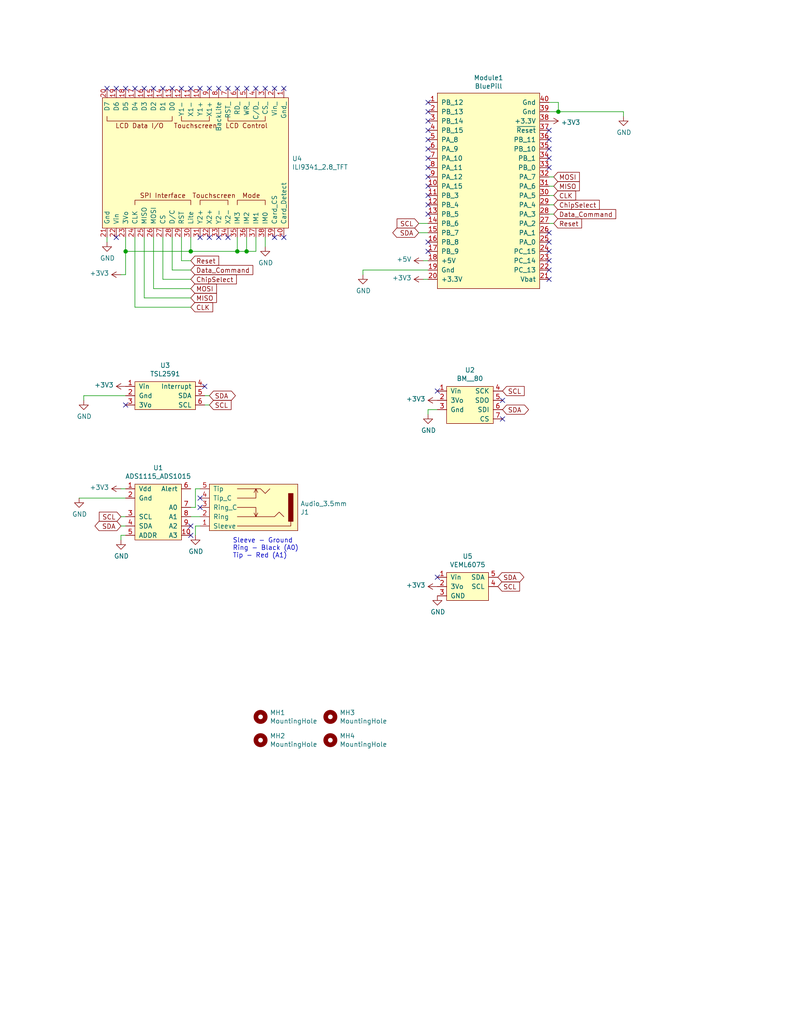
<source format=kicad_sch>
(kicad_sch (version 20210406) (generator eeschema)
  (paper "USLetter" portrait)
  (title_block (title "Algae growth environment Monitor") (comment 1 "Yehor Pererva"))
  (lib_symbols
    (symbol "Environment_check-rescue:ADS1115_ADS1015-Adafruit_modules" (pin_names (offset 1.016))
      (property "Reference" "U" (at 5.08 -15.24 0))
      (property "Value" "Environment_check-rescue_ADS1115_ADS1015-Adafruit_modules" (at 0 2.54 0))
      (symbol "ADS1115_ADS1015-Adafruit_modules_0_1"
        (rectangle (start -6.35 1.27) (end 6.35 -13.97) (fill (type background)))
      )
      (symbol "ADS1115_ADS1015-Adafruit_modules_1_1"
        (pin power_in line (at -8.89 0 0) (length 2.54) (name "Vdd") (number "1"))
        (pin input line (at 8.89 -12.7 180) (length 2.54) (name "A3") (number "10"))
        (pin power_in line (at -8.89 -2.54 0) (length 2.54) (name "Gnd") (number "2"))
        (pin input line (at -8.89 -7.62 0) (length 2.54) (name "SCL") (number "3"))
        (pin input line (at -8.89 -10.16 0) (length 2.54) (name "SDA") (number "4"))
        (pin input line (at -8.89 -12.7 0) (length 2.54) (name "ADDR") (number "5"))
        (pin input line (at 8.89 0 180) (length 2.54) (name "Alert") (number "6"))
        (pin input line (at 8.89 -5.08 180) (length 2.54) (name "A0") (number "7"))
        (pin input line (at 8.89 -7.62 180) (length 2.54) (name "A1") (number "8"))
        (pin input line (at 8.89 -10.16 180) (length 2.54) (name "A2") (number "9"))
      )
    )
    (symbol "Environment_check-rescue:Audio_3.5mm-Connectors" (pin_names (offset 1.016))
      (property "Reference" "J" (at -1.27 -13.97 0))
      (property "Value" "Environment_check-rescue_Audio_3.5mm-Connectors" (at -6.35 1.27 0))
      (symbol "Audio_3.5mm-Connectors_0_1"
        (rectangle (start -21.59 -1.27) (end -7.62 -1.27))
        (rectangle (start -22.86 -2.54) (end -21.59 -10.16) (fill (type outline)))
        (rectangle (start 0 0) (end -24.13 -12.7) (fill (type background)))
        (polyline (pts (xy -12.7 -11.43) (xy -13.208 -10.414)))
        (polyline (pts (xy -12.7 -11.43) (xy -12.192 -10.414)))
        (polyline (pts (xy -12.7 -3.81) (xy -13.208 -4.826)))
        (polyline (pts (xy -12.7 -3.81) (xy -12.192 -4.826)))
        (polyline (pts (xy -22.225 -2.54) (xy -22.225 -1.27) (xy -21.59 -1.27)))
        (polyline (pts (xy -7.62 -8.89) (xy -12.7 -8.89) (xy -12.7 -11.43)))
        (polyline (pts (xy -7.62 -6.35) (xy -12.7 -6.35) (xy -12.7 -3.81)))
        (polyline (pts (xy -20.32 -3.81) (xy -19.05 -5.08) (xy -17.78 -3.81) (xy -7.62 -3.81)))
        (polyline (pts (xy -16.51 -11.43) (xy -15.24 -10.16) (xy -13.97 -11.43) (xy -7.62 -11.43)))
      )
      (symbol "Audio_3.5mm-Connectors_1_1"
        (pin passive line (at 2.54 -1.27 180) (length 2.54) (name "Sleeve") (number "1"))
        (pin passive line (at 2.54 -3.81 180) (length 2.54) (name "Ring") (number "2"))
        (pin passive line (at 2.54 -6.35 180) (length 2.54) (name "Ring_C") (number "3"))
        (pin passive line (at 2.54 -8.89 180) (length 2.54) (name "Tip_C") (number "4"))
        (pin passive line (at 2.54 -11.43 180) (length 2.54) (name "Tip") (number "5"))
      )
    )
    (symbol "Environment_check-rescue:BM__80-Adafruit_modules" (pin_names (offset 1.016))
      (property "Reference" "U" (at 5.08 -7.62 0))
      (property "Value" "Environment_check-rescue_BM__80-Adafruit_modules" (at 0 5.08 0))
      (symbol "BM__80-Adafruit_modules_0_1"
        (rectangle (start -6.35 3.81) (end 6.35 -6.35) (fill (type background)))
      )
      (symbol "BM__80-Adafruit_modules_1_1"
        (pin power_in line (at -8.89 2.54 0) (length 2.54) (name "Vin") (number "1"))
        (pin power_in line (at -8.89 0 0) (length 2.54) (name "3Vo") (number "2"))
        (pin power_in line (at -8.89 -2.54 0) (length 2.54) (name "Gnd") (number "3"))
        (pin input line (at 8.89 2.54 180) (length 2.54) (name "SCK") (number "4"))
        (pin input line (at 8.89 0 180) (length 2.54) (name "SDO") (number "5"))
        (pin input line (at 8.89 -2.54 180) (length 2.54) (name "SDI") (number "6"))
        (pin input line (at 8.89 -5.08 180) (length 2.54) (name "CS") (number "7"))
      )
    )
    (symbol "Environment_check-rescue:BluePill-modules" (pin_names (offset 1.016))
      (property "Reference" "Module" (at 0 27.94 0))
      (property "Value" "Environment_check-rescue_BluePill-modules" (at 0 1.27 0))
      (symbol "BluePill-modules_0_0"
        (rectangle (start -13.97 26.67) (end 13.97 -26.67) (fill (type background)))
      )
      (symbol "BluePill-modules_1_1"
        (pin input line (at -16.51 24.13 0) (length 2.54) (name "PB_12") (number "1"))
        (pin input line (at -16.51 1.27 0) (length 2.54) (name "PA_15") (number "10"))
        (pin input line (at -16.51 -1.27 0) (length 2.54) (name "PB_3") (number "11"))
        (pin input line (at -16.51 -3.81 0) (length 2.54) (name "PB_4") (number "12"))
        (pin input line (at -16.51 -6.35 0) (length 2.54) (name "PB_5") (number "13"))
        (pin input line (at -16.51 -8.89 0) (length 2.54) (name "PB_6") (number "14"))
        (pin input line (at -16.51 -11.43 0) (length 2.54) (name "PB_7") (number "15"))
        (pin input line (at -16.51 -13.97 0) (length 2.54) (name "PB_8") (number "16"))
        (pin input line (at -16.51 -16.51 0) (length 2.54) (name "PB_9") (number "17"))
        (pin input line (at -16.51 -19.05 0) (length 2.54) (name "+5V") (number "18"))
        (pin input line (at -16.51 -21.59 0) (length 2.54) (name "Gnd") (number "19"))
        (pin input line (at -16.51 21.59 0) (length 2.54) (name "PB_13") (number "2"))
        (pin input line (at -16.51 -24.13 0) (length 2.54) (name "+3.3V") (number "20"))
        (pin input line (at 16.51 -24.13 180) (length 2.54) (name "Vbat") (number "21"))
        (pin input line (at 16.51 -21.59 180) (length 2.54) (name "PC_13") (number "22"))
        (pin input line (at 16.51 -19.05 180) (length 2.54) (name "PC_14") (number "23"))
        (pin input line (at 16.51 -16.51 180) (length 2.54) (name "PC_15") (number "24"))
        (pin input line (at 16.51 -13.97 180) (length 2.54) (name "PA_0") (number "25"))
        (pin input line (at 16.51 -11.43 180) (length 2.54) (name "PA_1") (number "26"))
        (pin input line (at 16.51 -8.89 180) (length 2.54) (name "PA_2") (number "27"))
        (pin input line (at 16.51 -6.35 180) (length 2.54) (name "PA_3") (number "28"))
        (pin input line (at 16.51 -3.81 180) (length 2.54) (name "PA_4") (number "29"))
        (pin input line (at -16.51 19.05 0) (length 2.54) (name "PB_14") (number "3"))
        (pin input line (at 16.51 -1.27 180) (length 2.54) (name "PA_5") (number "30"))
        (pin input line (at 16.51 1.27 180) (length 2.54) (name "PA_6") (number "31"))
        (pin input line (at 16.51 3.81 180) (length 2.54) (name "PA_7") (number "32"))
        (pin input line (at 16.51 6.35 180) (length 2.54) (name "PB_0") (number "33"))
        (pin input line (at 16.51 8.89 180) (length 2.54) (name "PB_1") (number "34"))
        (pin input line (at 16.51 11.43 180) (length 2.54) (name "PB_10") (number "35"))
        (pin input line (at 16.51 13.97 180) (length 2.54) (name "PB_11") (number "36"))
        (pin input line (at 16.51 16.51 180) (length 2.54) (name "~Reset~") (number "37"))
        (pin input line (at 16.51 19.05 180) (length 2.54) (name "+3.3V") (number "38"))
        (pin input line (at 16.51 21.59 180) (length 2.54) (name "Gnd") (number "39"))
        (pin input line (at -16.51 16.51 0) (length 2.54) (name "PB_15") (number "4"))
        (pin input line (at 16.51 24.13 180) (length 2.54) (name "Gnd") (number "40"))
        (pin input line (at -16.51 13.97 0) (length 2.54) (name "PA_8") (number "5"))
        (pin input line (at -16.51 11.43 0) (length 2.54) (name "PA_9") (number "6"))
        (pin input line (at -16.51 8.89 0) (length 2.54) (name "PA_10") (number "7"))
        (pin input line (at -16.51 6.35 0) (length 2.54) (name "PA_11") (number "8"))
        (pin input line (at -16.51 3.81 0) (length 2.54) (name "PA_12") (number "9"))
      )
    )
    (symbol "Environment_check-rescue:ILI9341_2.8_TFT-Adafruit_modules" (pin_names (offset 1.016))
      (property "Reference" "U" (at 15.24 -50.8 0))
      (property "Value" "Environment_check-rescue_ILI9341_2.8_TFT-Adafruit_modules" (at -10.16 2.54 0))
      (symbol "ILI9341_2.8_TFT-Adafruit_modules_0_0"
        (text "LCD Control" (at -10.16 -10.16 900) (effects (font (size 1.27 1.27))))
        (text "LCD Data I/O" (at -10.16 -39.37 900) (effects (font (size 1.27 1.27))))
        (text "Mode" (at 8.89 -8.89 900) (effects (font (size 1.27 1.27))))
        (text "SPI Interface" (at 8.89 -33.02 900) (effects (font (size 1.27 1.27))))
        (text "Touchscreen" (at -10.16 -24.13 900) (effects (font (size 1.27 1.27))))
        (text "Touchscreen" (at 8.89 -19.05 900) (effects (font (size 1.27 1.27))))
        (polyline (pts (xy -12.7 -5.08) (xy -11.43 -5.08) (xy -11.43 -15.24) (xy -12.7 -15.24)))
      )
      (symbol "ILI9341_2.8_TFT-Adafruit_modules_0_1"
        (rectangle (start -17.78 1.27) (end 17.78 -49.53) (fill (type background)))
        (polyline (pts (xy -12.7 -30.48) (xy -11.43 -30.48) (xy -11.43 -48.26) (xy -12.7 -48.26)))
        (polyline (pts (xy -12.7 -27.94) (xy -11.43 -27.94) (xy -11.43 -20.32) (xy -12.7 -20.32)))
        (polyline (pts (xy 11.43 -40.64) (xy 10.16 -40.64) (xy 10.16 -25.4) (xy 11.43 -25.4)))
        (polyline (pts (xy 11.43 -22.86) (xy 10.16 -22.86) (xy 10.16 -15.24) (xy 11.43 -15.24)))
        (polyline (pts (xy 11.43 -12.7) (xy 10.16 -12.7) (xy 10.16 -5.08) (xy 11.43 -5.08)))
      )
      (symbol "ILI9341_2.8_TFT-Adafruit_modules_1_1"
        (pin power_in line (at -20.32 0 0) (length 2.54) (name "Gnd_") (number "1"))
        (pin output line (at -20.32 -22.86 0) (length 2.54) (name "Y1+") (number "10"))
        (pin output line (at -20.32 -25.4 0) (length 2.54) (name "X1-") (number "11"))
        (pin output line (at -20.32 -27.94 0) (length 2.54) (name "Y1-") (number "12"))
        (pin bidirectional line (at -20.32 -30.48 0) (length 2.54) (name "D0") (number "13"))
        (pin bidirectional line (at -20.32 -33.02 0) (length 2.54) (name "D1") (number "14"))
        (pin bidirectional line (at -20.32 -35.56 0) (length 2.54) (name "D2") (number "15"))
        (pin bidirectional line (at -20.32 -38.1 0) (length 2.54) (name "D3") (number "16"))
        (pin bidirectional line (at -20.32 -40.64 0) (length 2.54) (name "D4") (number "17"))
        (pin bidirectional line (at -20.32 -43.18 0) (length 2.54) (name "D5") (number "18"))
        (pin bidirectional line (at -20.32 -45.72 0) (length 2.54) (name "D6") (number "19"))
        (pin power_in line (at -20.32 -2.54 0) (length 2.54) (name "Vin_") (number "2"))
        (pin bidirectional line (at -20.32 -48.26 0) (length 2.54) (name "D7") (number "20"))
        (pin power_in line (at 20.32 -48.26 180) (length 2.54) (name "Gnd") (number "21"))
        (pin power_in line (at 20.32 -45.72 180) (length 2.54) (name "Vin") (number "22"))
        (pin power_out line (at 20.32 -43.18 180) (length 2.54) (name "3Vo") (number "23"))
        (pin input line (at 20.32 -40.64 180) (length 2.54) (name "CLK") (number "24"))
        (pin input line (at 20.32 -38.1 180) (length 2.54) (name "MISO") (number "25"))
        (pin input line (at 20.32 -35.56 180) (length 2.54) (name "MOSI") (number "26"))
        (pin input line (at 20.32 -33.02 180) (length 2.54) (name "CS") (number "27"))
        (pin input line (at 20.32 -30.48 180) (length 2.54) (name "D/C") (number "28"))
        (pin input line (at 20.32 -27.94 180) (length 2.54) (name "RST") (number "29"))
        (pin input line (at -20.32 -5.08 0) (length 2.54) (name "CS_") (number "3"))
        (pin input line (at 20.32 -25.4 180) (length 2.54) (name "Lite") (number "30"))
        (pin output line (at 20.32 -22.86 180) (length 2.54) (name "Y2+") (number "31"))
        (pin output line (at 20.32 -20.32 180) (length 2.54) (name "X2+") (number "32"))
        (pin output line (at 20.32 -17.78 180) (length 2.54) (name "Y2-") (number "33"))
        (pin output line (at 20.32 -15.24 180) (length 2.54) (name "X2-") (number "34"))
        (pin input line (at 20.32 -12.7 180) (length 2.54) (name "IM3") (number "35"))
        (pin input line (at 20.32 -10.16 180) (length 2.54) (name "IM2") (number "36"))
        (pin input line (at 20.32 -7.62 180) (length 2.54) (name "IM1") (number "37"))
        (pin input line (at 20.32 -5.08 180) (length 2.54) (name "IM0") (number "38"))
        (pin input line (at 20.32 -2.54 180) (length 2.54) (name "Card_CS") (number "39"))
        (pin input line (at -20.32 -7.62 0) (length 2.54) (name "C/D_") (number "4"))
        (pin output line (at 20.32 0 180) (length 2.54) (name "Card_Detect") (number "40"))
        (pin input line (at -20.32 -10.16 0) (length 2.54) (name "WR_") (number "5"))
        (pin input line (at -20.32 -12.7 0) (length 2.54) (name "RD_") (number "6"))
        (pin input line (at -20.32 -15.24 0) (length 2.54) (name "RST_") (number "7"))
        (pin input line (at -20.32 -17.78 0) (length 2.54) (name "BackLite") (number "8"))
        (pin output line (at -20.32 -20.32 0) (length 2.54) (name "X1+") (number "9"))
      )
    )
    (symbol "Environment_check-rescue:TSL2591-Adafruit_modules" (pin_names (offset 1.016))
      (property "Reference" "U" (at 6.35 -5.08 0))
      (property "Value" "Environment_check-rescue_TSL2591-Adafruit_modules" (at 0 5.08 0))
      (symbol "TSL2591-Adafruit_modules_0_1"
        (rectangle (start 7.62 -3.81) (end -8.89 3.81) (fill (type background)))
      )
      (symbol "TSL2591-Adafruit_modules_1_1"
        (pin power_in line (at -11.43 2.54 0) (length 2.54) (name "Vin") (number "1"))
        (pin power_in line (at -11.43 0 0) (length 2.54) (name "Gnd") (number "2"))
        (pin power_out line (at -11.43 -2.54 0) (length 2.54) (name "3Vo") (number "3"))
        (pin power_in line (at 10.16 2.54 180) (length 2.54) (name "Interrupt") (number "4"))
        (pin power_in line (at 10.16 0 180) (length 2.54) (name "SDA") (number "5"))
        (pin power_in line (at 10.16 -2.54 180) (length 2.54) (name "SCL") (number "6"))
      )
    )
    (symbol "Environment_check-rescue:VEML6075-Adafruit_modules" (pin_names (offset 1.016))
      (property "Reference" "U" (at 5.08 -8.89 0))
      (property "Value" "Environment_check-rescue_VEML6075-Adafruit_modules" (at 0 1.27 0))
      (symbol "VEML6075-Adafruit_modules_0_1"
        (rectangle (start -5.08 0) (end 6.35 -7.62) (fill (type background)))
      )
      (symbol "VEML6075-Adafruit_modules_1_1"
        (pin power_in line (at -7.62 -1.27 0) (length 2.54) (name "Vin") (number "1"))
        (pin power_in line (at -7.62 -3.81 0) (length 2.54) (name "3Vo") (number "2"))
        (pin power_in line (at -7.62 -6.35 0) (length 2.54) (name "GND") (number "3"))
        (pin input line (at 8.89 -3.81 180) (length 2.54) (name "SCL") (number "4"))
        (pin bidirectional line (at 8.89 -1.27 180) (length 2.54) (name "SDA") (number "5"))
      )
    )
    (symbol "Mechanical:MountingHole" (pin_names (offset 1.016))
      (property "Reference" "H" (at 0 5.08 0))
      (property "Value" "MountingHole" (at 0 3.175 0))
      (symbol "MountingHole_0_1"
        (circle (center 0 0) (radius 1.27) (stroke (width 1.27)))
      )
    )
    (symbol "power:+3.3V" (power) (pin_names (offset 0))
      (property "Value" "+3.3V" (at 0 3.556 0))
      (symbol "+3.3V_0_1"
        (polyline (pts (xy -0.762 1.27) (xy 0 2.54)))
        (polyline (pts (xy 0 0) (xy 0 2.54)))
        (polyline (pts (xy 0 2.54) (xy 0.762 1.27)))
      )
      (symbol "+3.3V_1_1"
        (pin power_in line (at 0 0 90) (length 0) hide (name "+3V3") (number "1"))
      )
    )
    (symbol "power:+5V" (power) (pin_names (offset 0))
      (property "Value" "+5V" (at 0 3.556 0))
      (symbol "+5V_0_1"
        (polyline (pts (xy -0.762 1.27) (xy 0 2.54)))
        (polyline (pts (xy 0 0) (xy 0 2.54)))
        (polyline (pts (xy 0 2.54) (xy 0.762 1.27)))
      )
      (symbol "+5V_1_1"
        (pin power_in line (at 0 0 90) (length 0) hide (name "+5V") (number "1"))
      )
    )
    (symbol "power:GND" (power) (pin_names (offset 0))
      (property "Value" "GND" (at 0 -3.81 0))
      (symbol "GND_0_1"
        (polyline (pts (xy 0 0) (xy 0 -1.27) (xy 1.27 -1.27) (xy 0 -2.54) (xy -1.27 -1.27) (xy 0 -1.27)))
      )
      (symbol "GND_1_1"
        (pin power_in line (at 0 0 270) (length 0) hide (name "GND") (number "1"))
      )
    )
  )
  (junction (at 34.29 68.58) (diameter 1.016))
  (junction (at 52.07 68.58) (diameter 1.016))
  (junction (at 64.77 68.58) (diameter 1.016))
  (junction (at 67.31 68.58) (diameter 1.016))
  (junction (at 152.4 30.48) (diameter 1.016))
  (no_connect (at 29.21 24.13))
  (no_connect (at 31.75 24.13))
  (no_connect (at 31.75 64.77))
  (no_connect (at 34.29 24.13))
  (no_connect (at 34.29 110.49))
  (no_connect (at 36.83 24.13))
  (no_connect (at 39.37 24.13))
  (no_connect (at 41.91 24.13))
  (no_connect (at 44.45 24.13))
  (no_connect (at 46.99 24.13))
  (no_connect (at 49.53 24.13))
  (no_connect (at 52.07 24.13))
  (no_connect (at 52.07 143.51))
  (no_connect (at 52.07 146.05))
  (no_connect (at 54.61 24.13))
  (no_connect (at 54.61 64.77))
  (no_connect (at 54.61 135.89))
  (no_connect (at 54.61 138.43))
  (no_connect (at 55.88 105.41))
  (no_connect (at 57.15 24.13))
  (no_connect (at 57.15 64.77))
  (no_connect (at 59.69 24.13))
  (no_connect (at 59.69 64.77))
  (no_connect (at 62.23 24.13))
  (no_connect (at 62.23 64.77))
  (no_connect (at 64.77 24.13))
  (no_connect (at 67.31 24.13))
  (no_connect (at 69.85 24.13))
  (no_connect (at 72.39 24.13))
  (no_connect (at 74.93 24.13))
  (no_connect (at 74.93 64.77))
  (no_connect (at 77.47 24.13))
  (no_connect (at 77.47 64.77))
  (no_connect (at 116.84 27.94))
  (no_connect (at 116.84 30.48))
  (no_connect (at 116.84 33.02))
  (no_connect (at 116.84 35.56))
  (no_connect (at 116.84 38.1))
  (no_connect (at 116.84 40.64))
  (no_connect (at 116.84 43.18))
  (no_connect (at 116.84 45.72))
  (no_connect (at 116.84 48.26))
  (no_connect (at 116.84 50.8))
  (no_connect (at 116.84 53.34))
  (no_connect (at 116.84 55.88))
  (no_connect (at 116.84 58.42))
  (no_connect (at 116.84 66.04))
  (no_connect (at 116.84 68.58))
  (no_connect (at 119.38 106.68))
  (no_connect (at 119.38 157.48))
  (no_connect (at 137.16 109.22))
  (no_connect (at 137.16 114.3))
  (no_connect (at 149.86 35.56))
  (no_connect (at 149.86 38.1))
  (no_connect (at 149.86 40.64))
  (no_connect (at 149.86 43.18))
  (no_connect (at 149.86 45.72))
  (no_connect (at 149.86 63.5))
  (no_connect (at 149.86 66.04))
  (no_connect (at 149.86 68.58))
  (no_connect (at 149.86 71.12))
  (no_connect (at 149.86 73.66))
  (no_connect (at 149.86 76.2))
  (wire (pts (xy 22.86 107.95) (xy 22.86 109.22)))
  (wire (pts (xy 29.21 66.04) (xy 29.21 64.77)))
  (wire (pts (xy 33.02 133.35) (xy 34.29 133.35)))
  (wire (pts (xy 33.02 140.97) (xy 34.29 140.97)))
  (wire (pts (xy 33.02 146.05) (xy 33.02 147.32)))
  (wire (pts (xy 34.29 64.77) (xy 34.29 68.58)))
  (wire (pts (xy 34.29 68.58) (xy 34.29 74.93)))
  (wire (pts (xy 34.29 68.58) (xy 52.07 68.58)))
  (wire (pts (xy 34.29 74.93) (xy 33.02 74.93)))
  (wire (pts (xy 34.29 107.95) (xy 22.86 107.95)))
  (wire (pts (xy 34.29 135.89) (xy 21.59 135.89)))
  (wire (pts (xy 34.29 143.51) (xy 33.02 143.51)))
  (wire (pts (xy 34.29 146.05) (xy 33.02 146.05)))
  (wire (pts (xy 36.83 64.77) (xy 36.83 83.82)))
  (wire (pts (xy 36.83 83.82) (xy 52.07 83.82)))
  (wire (pts (xy 39.37 64.77) (xy 39.37 81.28)))
  (wire (pts (xy 39.37 81.28) (xy 52.07 81.28)))
  (wire (pts (xy 41.91 64.77) (xy 41.91 78.74)))
  (wire (pts (xy 41.91 78.74) (xy 52.07 78.74)))
  (wire (pts (xy 44.45 64.77) (xy 44.45 76.2)))
  (wire (pts (xy 44.45 76.2) (xy 52.07 76.2)))
  (wire (pts (xy 46.99 64.77) (xy 46.99 73.66)))
  (wire (pts (xy 46.99 73.66) (xy 52.07 73.66)))
  (wire (pts (xy 49.53 64.77) (xy 49.53 71.12)))
  (wire (pts (xy 49.53 71.12) (xy 52.07 71.12)))
  (wire (pts (xy 52.07 68.58) (xy 52.07 64.77)))
  (wire (pts (xy 52.07 68.58) (xy 64.77 68.58)))
  (wire (pts (xy 52.07 138.43) (xy 53.34 138.43)))
  (wire (pts (xy 52.07 140.97) (xy 54.61 140.97)))
  (wire (pts (xy 53.34 133.35) (xy 53.34 138.43)))
  (wire (pts (xy 53.34 143.51) (xy 53.34 146.05)))
  (wire (pts (xy 54.61 133.35) (xy 53.34 133.35)))
  (wire (pts (xy 54.61 143.51) (xy 53.34 143.51)))
  (wire (pts (xy 57.15 107.95) (xy 55.88 107.95)))
  (wire (pts (xy 57.15 110.49) (xy 55.88 110.49)))
  (wire (pts (xy 64.77 64.77) (xy 64.77 68.58)))
  (wire (pts (xy 64.77 68.58) (xy 67.31 68.58)))
  (wire (pts (xy 67.31 64.77) (xy 67.31 68.58)))
  (wire (pts (xy 67.31 68.58) (xy 69.85 68.58)))
  (wire (pts (xy 69.85 68.58) (xy 69.85 64.77)))
  (wire (pts (xy 72.39 64.77) (xy 72.39 67.31)))
  (wire (pts (xy 99.06 73.66) (xy 99.06 74.93)))
  (wire (pts (xy 114.3 60.96) (xy 116.84 60.96)))
  (wire (pts (xy 115.57 76.2) (xy 116.84 76.2)))
  (wire (pts (xy 116.84 63.5) (xy 114.3 63.5)))
  (wire (pts (xy 116.84 71.12) (xy 115.57 71.12)))
  (wire (pts (xy 116.84 73.66) (xy 99.06 73.66)))
  (wire (pts (xy 116.84 111.76) (xy 116.84 113.03)))
  (wire (pts (xy 119.38 111.76) (xy 116.84 111.76)))
  (wire (pts (xy 149.86 27.94) (xy 152.4 27.94)))
  (wire (pts (xy 149.86 30.48) (xy 152.4 30.48)))
  (wire (pts (xy 149.86 48.26) (xy 151.13 48.26)))
  (wire (pts (xy 149.86 50.8) (xy 151.13 50.8)))
  (wire (pts (xy 149.86 53.34) (xy 151.13 53.34)))
  (wire (pts (xy 151.13 55.88) (xy 149.86 55.88)))
  (wire (pts (xy 151.13 58.42) (xy 149.86 58.42)))
  (wire (pts (xy 151.13 60.96) (xy 149.86 60.96)))
  (wire (pts (xy 152.4 27.94) (xy 152.4 30.48)))
  (wire (pts (xy 152.4 30.48) (xy 170.18 30.48)))
  (wire (pts (xy 170.18 30.48) (xy 170.18 31.75)))
  (text "Sleeve - Ground\nRing - Black (A0)\nTip - Red (A1)" (at 63.5 152.4 0) (effects (font (size 1.27 1.27)) (justify left bottom)))
  (global_label "SCL" (shape input) (at 33.02 140.97 180) (property "Intersheet References" "${INTERSHEET_REFS}" (effects hide)))
  (global_label "SDA" (shape bidirectional) (at 33.02 143.51 180) (property "Intersheet References" "${INTERSHEET_REFS}" (effects hide)))
  (global_label "Reset" (shape input) (at 52.07 71.12 0) (property "Intersheet References" "${INTERSHEET_REFS}" (effects hide)))
  (global_label "Data_Command" (shape input) (at 52.07 73.66 0) (property "Intersheet References" "${INTERSHEET_REFS}" (effects hide)))
  (global_label "ChipSelect" (shape input) (at 52.07 76.2 0) (property "Intersheet References" "${INTERSHEET_REFS}" (effects hide)))
  (global_label "MOSI" (shape input) (at 52.07 78.74 0) (property "Intersheet References" "${INTERSHEET_REFS}" (effects hide)))
  (global_label "MISO" (shape input) (at 52.07 81.28 0) (property "Intersheet References" "${INTERSHEET_REFS}" (effects hide)))
  (global_label "CLK" (shape input) (at 52.07 83.82 0) (property "Intersheet References" "${INTERSHEET_REFS}" (effects hide)))
  (global_label "SDA" (shape bidirectional) (at 57.15 107.95 0) (property "Intersheet References" "${INTERSHEET_REFS}" (effects hide)))
  (global_label "SCL" (shape input) (at 57.15 110.49 0) (property "Intersheet References" "${INTERSHEET_REFS}" (effects hide)))
  (global_label "SCL" (shape input) (at 114.3 60.96 180) (property "Intersheet References" "${INTERSHEET_REFS}" (effects hide)))
  (global_label "SDA" (shape bidirectional) (at 114.3 63.5 180) (property "Intersheet References" "${INTERSHEET_REFS}" (effects hide)))
  (global_label "SDA" (shape bidirectional) (at 135.89 157.48 0) (property "Intersheet References" "${INTERSHEET_REFS}" (effects hide)))
  (global_label "SCL" (shape input) (at 135.89 160.02 0) (property "Intersheet References" "${INTERSHEET_REFS}" (effects hide)))
  (global_label "SCL" (shape input) (at 137.16 106.68 0) (property "Intersheet References" "${INTERSHEET_REFS}" (effects hide)))
  (global_label "SDA" (shape bidirectional) (at 137.16 111.76 0) (property "Intersheet References" "${INTERSHEET_REFS}" (effects hide)))
  (global_label "MOSI" (shape input) (at 151.13 48.26 0) (property "Intersheet References" "${INTERSHEET_REFS}" (effects hide)))
  (global_label "MISO" (shape input) (at 151.13 50.8 0) (property "Intersheet References" "${INTERSHEET_REFS}" (effects hide)))
  (global_label "CLK" (shape input) (at 151.13 53.34 0) (property "Intersheet References" "${INTERSHEET_REFS}" (effects hide)))
  (global_label "ChipSelect" (shape input) (at 151.13 55.88 0) (property "Intersheet References" "${INTERSHEET_REFS}" (effects hide)))
  (global_label "Data_Command" (shape input) (at 151.13 58.42 0) (property "Intersheet References" "${INTERSHEET_REFS}" (effects hide)))
  (global_label "Reset" (shape input) (at 151.13 60.96 0) (property "Intersheet References" "${INTERSHEET_REFS}" (effects hide)))
  (symbol (lib_id "power:+3.3V") (at 33.02 74.93 90) (unit 1)
    (property "Reference" "#PWR0105" (effects hide))
    (property "Value" "+3.3V" (at 29.7688 74.549 90) (effects (justify left)))
  )
  (symbol (lib_id "power:+3.3V") (at 33.02 133.35 90) (unit 1)
    (property "Reference" "#PWR0104" (effects hide))
    (property "Value" "+3.3V" (at 29.7688 132.969 90) (effects (justify left)))
  )
  (symbol (lib_id "power:+3.3V") (at 34.29 105.41 90) (unit 1)
    (property "Reference" "#PWR0102" (effects hide))
    (property "Value" "+3.3V" (at 31.0388 105.029 90) (effects (justify left)))
  )
  (symbol (lib_id "power:+5V") (at 115.57 71.12 90) (unit 1)
    (property "Reference" "#PWR014" (effects hide))
    (property "Value" "+5V" (at 112.3188 70.739 90) (effects (justify left)))
  )
  (symbol (lib_id "power:+3.3V") (at 115.57 76.2 90) (unit 1)
    (property "Reference" "#PWR015" (effects hide))
    (property "Value" "+3.3V" (at 112.3188 75.819 90) (effects (justify left)))
  )
  (symbol (lib_id "power:+3.3V") (at 119.38 109.22 90) (unit 1)
    (property "Reference" "#PWR06" (effects hide))
    (property "Value" "+3.3V" (at 116.1288 108.839 90) (effects (justify left)))
  )
  (symbol (lib_id "power:+3.3V") (at 119.38 160.02 90) (unit 1)
    (property "Reference" "#PWR0106" (effects hide))
    (property "Value" "+3.3V" (at 116.1288 159.639 90) (effects (justify left)))
  )
  (symbol (lib_id "power:+3.3V") (at 149.86 33.02 270) (unit 1)
    (property "Reference" "#PWR0103" (effects hide))
    (property "Value" "+3.3V" (at 153.1112 33.401 90) (effects (justify left)))
  )
  (symbol (lib_id "power:GND") (at 21.59 135.89 0) (unit 1)
    (property "Reference" "#PWR03" (effects hide))
    (property "Value" "GND" (at 21.717 140.2842 0))
  )
  (symbol (lib_id "power:GND") (at 22.86 109.22 0) (unit 1)
    (property "Reference" "#PWR02" (effects hide))
    (property "Value" "GND" (at 22.987 113.6142 0))
  )
  (symbol (lib_id "power:GND") (at 29.21 66.04 0) (unit 1)
    (property "Reference" "#PWR04" (effects hide))
    (property "Value" "GND" (at 29.337 70.4342 0))
  )
  (symbol (lib_id "power:GND") (at 33.02 147.32 0) (unit 1)
    (property "Reference" "#PWR09" (effects hide))
    (property "Value" "GND" (at 33.147 151.7142 0))
  )
  (symbol (lib_id "power:GND") (at 53.34 146.05 0) (unit 1)
    (property "Reference" "#PWR010" (effects hide))
    (property "Value" "GND" (at 53.467 150.4442 0))
  )
  (symbol (lib_id "power:GND") (at 72.39 67.31 0) (unit 1)
    (property "Reference" "#PWR011" (effects hide))
    (property "Value" "GND" (at 72.517 71.7042 0))
  )
  (symbol (lib_id "power:GND") (at 99.06 74.93 0) (unit 1)
    (property "Reference" "#PWR0101" (effects hide))
    (property "Value" "GND" (at 99.187 79.3242 0))
  )
  (symbol (lib_id "power:GND") (at 116.84 113.03 0) (unit 1)
    (property "Reference" "#PWR01" (effects hide))
    (property "Value" "GND" (at 116.967 117.4242 0))
  )
  (symbol (lib_id "power:GND") (at 119.38 162.56 0) (unit 1)
    (property "Reference" "#PWR0107" (effects hide))
    (property "Value" "GND" (at 119.507 166.9542 0))
  )
  (symbol (lib_id "power:GND") (at 170.18 31.75 0) (unit 1)
    (property "Reference" "#PWR013" (effects hide))
    (property "Value" "GND" (at 170.307 36.1442 0))
  )
  (symbol (lib_id "Mechanical:MountingHole") (at 71.12 195.58 0) (unit 1)
    (property "Reference" "MH1" (at 73.66 194.4116 0) (effects (justify left)))
    (property "Value" "MountingHole" (at 73.66 196.723 0) (effects (justify left)))
    (property "Footprint" "MountingHole:MountingHole_3.2mm_M3_Pad_Via" (effects hide))
  )
  (symbol (lib_id "Mechanical:MountingHole") (at 71.12 201.93 0) (unit 1)
    (property "Reference" "MH2" (at 73.66 200.7616 0) (effects (justify left)))
    (property "Value" "MountingHole" (at 73.66 203.073 0) (effects (justify left)))
    (property "Footprint" "MountingHole:MountingHole_3.2mm_M3_Pad_Via" (effects hide))
  )
  (symbol (lib_id "Mechanical:MountingHole") (at 90.17 195.58 0) (unit 1)
    (property "Reference" "MH3" (at 92.71 194.4116 0) (effects (justify left)))
    (property "Value" "MountingHole" (at 92.71 196.723 0) (effects (justify left)))
    (property "Footprint" "MountingHole:MountingHole_3.2mm_M3_Pad_Via" (effects hide))
  )
  (symbol (lib_id "Mechanical:MountingHole") (at 90.17 201.93 0) (unit 1)
    (property "Reference" "MH4" (at 92.71 200.7616 0) (effects (justify left)))
    (property "Value" "MountingHole" (at 92.71 203.073 0) (effects (justify left)))
    (property "Footprint" "MountingHole:MountingHole_3.2mm_M3_Pad_Via" (effects hide))
  )
  (symbol (lib_id "Environment_check-rescue:VEML6075-Adafruit_modules") (at 127 156.21 0) (unit 1)
    (property "Reference" "U5" (at 127.635 151.765 0))
    (property "Value" "VEML6075" (at 127.635 154.0764 0))
    (property "Footprint" "adafruit_modules:VEML6075" (effects hide))
  )
  (symbol (lib_id "Environment_check-rescue:TSL2591-Adafruit_modules") (at 45.72 107.95 0) (unit 1)
    (property "Reference" "U3" (at 45.085 99.695 0))
    (property "Value" "TSL2591" (at 45.085 102.0064 0))
    (property "Footprint" "adafruit_modules:TSL2591" (effects hide))
  )
  (symbol (lib_id "Environment_check-rescue:BM__80-Adafruit_modules") (at 128.27 109.22 0) (unit 1)
    (property "Reference" "U2" (at 128.27 100.965 0))
    (property "Value" "BM__80" (at 128.27 103.2764 0))
    (property "Footprint" "adafruit_modules:BME280_BMP280_BME680" (effects hide))
  )
  (symbol (lib_id "Environment_check-rescue:ADS1115_ADS1015-Adafruit_modules") (at 43.18 133.35 0) (unit 1)
    (property "Reference" "U1" (at 43.18 127.635 0))
    (property "Value" "ADS1115_ADS1015" (at 43.18 129.9464 0))
    (property "Footprint" "adafruit_modules:ADS1115_ADS1015" (effects hide))
  )
  (symbol (lib_id "Environment_check-rescue:Audio_3.5mm-Connectors") (at 57.15 144.78 180) (unit 1)
    (property "Reference" "J1" (at 81.9912 139.7254 0) (effects (justify right)))
    (property "Value" "Audio_3.5mm" (at 81.9912 137.414 0) (effects (justify right)))
    (property "Footprint" "sparkfun_modules:Audio 3.5 Jack [4Ucon 08780]" (effects hide))
  )
  (symbol (lib_id "Environment_check-rescue:BluePill-modules") (at 133.35 52.07 0) (unit 1)
    (property "Reference" "Module1" (at 133.35 21.209 0))
    (property "Value" "BluePill" (at 133.35 23.5204 0))
    (property "Footprint" "modules:BluePill" (effects hide))
  )
  (symbol (lib_id "Environment_check-rescue:ILI9341_2.8_TFT-Adafruit_modules") (at 77.47 44.45 270) (unit 1)
    (property "Reference" "U4" (at 79.7052 43.2816 90) (effects (justify left)))
    (property "Value" "ILI9341_2.8_TFT" (at 79.7052 45.593 90) (effects (justify left)))
    (property "Footprint" "adafruit_modules:adafruit_ILI9341_2.8_double_mode" (effects hide))
  )
)
</source>
